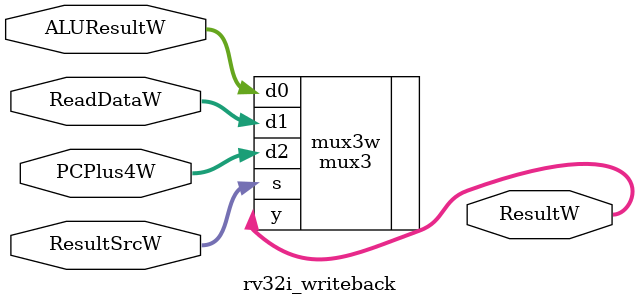
<source format=sv>
module rv32i_writeback(
	input logic [1:0] 	ResultSrcW,
	input logic [31:0] ALUResultW, ReadDataW, PCPlus4W,
	//connects to execute and decode stage
	output logic [31:0] ResultW
);
	mux3 #(.WIDTH(32)) mux3w(// selects data to write to regfile and to forward to execute stage
		.d0(ALUResultW),
		.d1(ReadDataW),
		.d2(PCPlus4W),
		.s(ResultSrcW),// control
		.y(ResultW)
	);
endmodule
</source>
